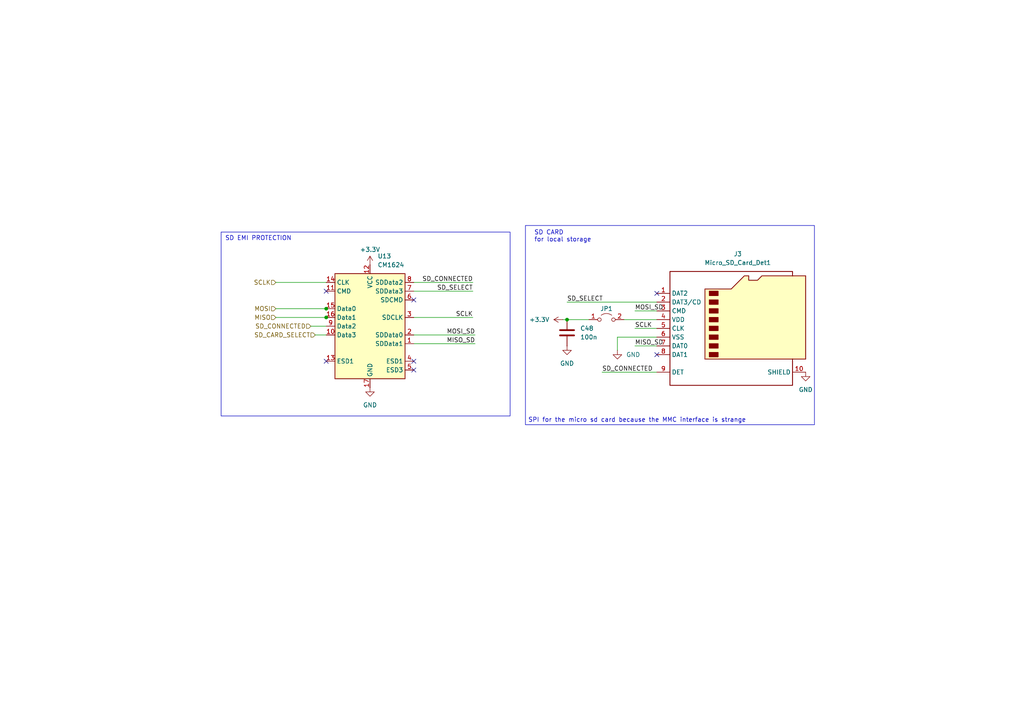
<source format=kicad_sch>
(kicad_sch (version 20231120) (generator "eeschema") (generator_version "8.0")
  (paper "A4")
  (lib_symbols
    (symbol "Connector:Micro_SD_Card_Det1"
      (property "Reference" "J" (at -16.51 17.78 0))
      (property "Value" "Micro_SD_Card_Det1" (at 16.51 17.78 0))
      (symbol "Micro_SD_Card_Det1_0_1"
        (rectangle (start -7.62 -6.985) (end -5.08 -8.255) (stroke (width 0.254)) (fill (type outline)))
        (rectangle (start -7.62 -4.445) (end -5.08 -5.715) (stroke (width 0.254)) (fill (type outline)))
        (rectangle (start -7.62 -1.905) (end -5.08 -3.175) (stroke (width 0.254)) (fill (type outline)))
        (rectangle (start -7.62 0.635) (end -5.08 -0.635) (stroke (width 0.254)) (fill (type outline)))
        (rectangle (start -7.62 3.175) (end -5.08 1.905) (stroke (width 0.254)) (fill (type outline)))
        (rectangle (start -7.62 5.715) (end -5.08 4.445) (stroke (width 0.254)) (fill (type outline)))
        (rectangle (start -7.62 8.255) (end -5.08 6.985) (stroke (width 0.254)) (fill (type outline)))
        (rectangle (start -7.62 10.795) (end -5.08 9.525) (stroke (width 0.254)) (fill (type outline)))
        (polyline (pts (xy 16.51 15.24) (xy 16.51 16.51) (xy -19.05 16.51) (xy -19.05 -16.51) (xy 16.51 -16.51) (xy 16.51 -8.89)) (stroke (width 0.254)))
        (polyline (pts (xy -8.89 -8.89) (xy -8.89 11.43) (xy -1.27 11.43) (xy 2.54 15.24) (xy 3.81 15.24) (xy 3.81 13.97) (xy 6.35 13.97) (xy 7.62 15.24) (xy 20.32 15.24) (xy 20.32 -8.89) (xy -8.89 -8.89)) (stroke (width 0.254)) (fill (type background)))
      )
      (symbol "Micro_SD_Card_Det1_1_1"
        (pin bidirectional line (at -22.86 10.16 0) (length 3.81) (name "DAT2") (number "1"))
        (pin passive line (at 20.32 -12.7 180) (length 3.81) (name "SHIELD") (number "10"))
        (pin bidirectional line (at -22.86 7.62 0) (length 3.81) (name "DAT3/CD") (number "2"))
        (pin input line (at -22.86 5.08 0) (length 3.81) (name "CMD") (number "3"))
        (pin power_in line (at -22.86 2.54 0) (length 3.81) (name "VDD") (number "4"))
        (pin input line (at -22.86 0 0) (length 3.81) (name "CLK") (number "5"))
        (pin power_in line (at -22.86 -2.54 0) (length 3.81) (name "VSS") (number "6"))
        (pin bidirectional line (at -22.86 -5.08 0) (length 3.81) (name "DAT0") (number "7"))
        (pin bidirectional line (at -22.86 -7.62 0) (length 3.81) (name "DAT1") (number "8"))
        (pin passive line (at -22.86 -12.7 0) (length 3.81) (name "DET") (number "9"))
      )
    )
    (symbol "Device:C" (pin_numbers hide) (pin_names (offset 0.254))
      (property "Reference" "C" (at 0.635 2.54 0))
      (property "Value" "C" (at 0.635 -2.54 0))
      (symbol "C_0_1"
        (polyline (pts (xy -2.032 -0.762) (xy 2.032 -0.762)) (stroke (width 0.508)))
        (polyline (pts (xy -2.032 0.762) (xy 2.032 0.762)) (stroke (width 0.508)))
      )
      (symbol "C_1_1"
        (pin passive line (at 0 3.81 270) (length 2.794) (name "~") (number "1"))
        (pin passive line (at 0 -3.81 90) (length 2.794) (name "~") (number "2"))
      )
    )
    (symbol "GND_1" (power) (pin_numbers hide) (pin_names (offset 0) hide)
      (property "Value" "GND" (at 0 -3.81 0))
      (symbol "GND_1_0_1"
        (polyline (pts (xy 0 0) (xy 0 -1.27) (xy 1.27 -1.27) (xy 0 -2.54) (xy -1.27 -1.27) (xy 0 -1.27)))
      )
      (symbol "GND_1_1_1"
        (pin power_in line (at 0 0 270) (length 0) (name "~") (number "1"))
      )
    )
    (symbol "Jumper:Jumper_2_Open" (pin_names (offset 0) hide)
      (property "Reference" "JP" (at 0 2.794 0))
      (property "Value" "Jumper_2_Open" (at 0 -2.286 0))
      (symbol "Jumper_2_Open_0_0"
        (circle (center -2.032 0) (radius 0.508))
        (circle (center 2.032 0) (radius 0.508))
      )
      (symbol "Jumper_2_Open_0_1"
        (arc (start 1.524 1.27) (mid 0 1.778) (end -1.524 1.27))
      )
      (symbol "Jumper_2_Open_1_1"
        (pin passive line (at -5.08 0 0) (length 2.54) (name "A") (number "1"))
        (pin passive line (at 5.08 0 180) (length 2.54) (name "B") (number "2"))
      )
    )
    (symbol "Power_Protection:CM1624"
      (property "Reference" "U" (at -5.08 17.78 0))
      (property "Value" "CM1624" (at 5.08 17.78 0))
      (symbol "CM1624_0_1"
        (rectangle (start -10.16 15.24) (end 10.16 -15.24) (stroke (width 0.254)) (fill (type background)))
      )
      (symbol "CM1624_1_1"
        (pin passive line (at 12.7 -5.08 180) (length 2.54) (name "SDData1") (number "1"))
        (pin passive line (at -12.7 -2.54 0) (length 2.54) (name "Data3") (number "10"))
        (pin passive line (at -12.7 10.16 0) (length 2.54) (name "CMD") (number "11"))
        (pin power_in line (at 0 17.78 270) (length 2.54) (name "VCC") (number "12"))
        (pin passive line (at -12.7 -10.16 0) (length 2.54) (name "ESD1") (number "13"))
        (pin passive line (at -12.7 12.7 0) (length 2.54) (name "CLK") (number "14"))
        (pin passive line (at -12.7 5.08 0) (length 2.54) (name "Data0") (number "15"))
        (pin passive line (at -12.7 2.54 0) (length 2.54) (name "Data1") (number "16"))
        (pin power_in line (at 0 -17.78 90) (length 2.54) (name "GND") (number "17"))
        (pin passive line (at 12.7 -2.54 180) (length 2.54) (name "SDData0") (number "2"))
        (pin passive line (at 12.7 2.54 180) (length 2.54) (name "SDCLK") (number "3"))
        (pin passive line (at 12.7 -10.16 180) (length 2.54) (name "ESD1") (number "4"))
        (pin passive line (at 12.7 -12.7 180) (length 2.54) (name "ESD3") (number "5"))
        (pin passive line (at 12.7 7.62 180) (length 2.54) (name "SDCMD") (number "6"))
        (pin passive line (at 12.7 10.16 180) (length 2.54) (name "SDData3") (number "7"))
        (pin passive line (at 12.7 12.7 180) (length 2.54) (name "SDData2") (number "8"))
        (pin passive line (at -12.7 0 0) (length 2.54) (name "Data2") (number "9"))
      )
    )
    (symbol "power:+3.3V" (power) (pin_numbers hide) (pin_names (offset 0) hide)
      (property "Value" "+3.3V" (at 0 3.556 0))
      (symbol "+3.3V_0_1"
        (polyline (pts (xy -0.762 1.27) (xy 0 2.54)))
        (polyline (pts (xy 0 0) (xy 0 2.54)))
        (polyline (pts (xy 0 2.54) (xy 0.762 1.27)))
      )
      (symbol "+3.3V_1_1"
        (pin power_in line (at 0 0 90) (length 0) (name "~") (number "1"))
      )
    )
  )
  (junction (at 94.615 92.075))
  (junction (at 164.465 92.71))
  (junction (at 94.615 89.535))
  (no_connect (at 94.615 104.775))
  (no_connect (at 120.015 107.315))
  (no_connect (at 190.5 102.87))
  (no_connect (at 120.015 86.995))
  (no_connect (at 94.615 84.455))
  (no_connect (at 190.5 85.09))
  (no_connect (at 120.015 104.775))
  (wire (pts (xy 80.01 92.075) (xy 94.615 92.075)))
  (wire (pts (xy 184.15 90.17) (xy 190.5 90.17)))
  (wire (pts (xy 91.44 97.155) (xy 94.615 97.155)))
  (wire (pts (xy 179.07 101.6) (xy 179.07 97.79)))
  (wire (pts (xy 94.615 92.075) (xy 94.742 92.075)))
  (wire (pts (xy 163.195 92.71) (xy 164.465 92.71)))
  (wire (pts (xy 174.625 107.95) (xy 190.5 107.95)))
  (wire (pts (xy 184.15 100.33) (xy 190.5 100.33)))
  (wire (pts (xy 80.01 89.535) (xy 94.615 89.535)))
  (wire (pts (xy 137.16 81.915) (xy 120.015 81.915)))
  (wire (pts (xy 180.975 92.71) (xy 190.5 92.71)))
  (wire (pts (xy 120.015 99.695) (xy 137.795 99.695)))
  (wire (pts (xy 164.465 92.71) (xy 170.815 92.71)))
  (wire (pts (xy 137.16 92.075) (xy 120.015 92.075)))
  (wire (pts (xy 120.015 97.155) (xy 137.795 97.155)))
  (wire (pts (xy 164.465 87.63) (xy 190.5 87.63)))
  (wire (pts (xy 80.01 81.915) (xy 94.615 81.915)))
  (wire (pts (xy 90.17 94.615) (xy 94.615 94.615)))
  (wire (pts (xy 120.015 84.455) (xy 137.16 84.455)))
  (wire (pts (xy 184.15 95.25) (xy 190.5 95.25)))
  (wire (pts (xy 179.07 97.79) (xy 190.5 97.79)))
  (wire (pts (xy 94.615 89.535) (xy 94.742 89.535)))
  (rectangle (start 152.4 65.405) (end 236.22 123.19))
  (rectangle (start 64.135 67.31) (end 147.955 120.65))
  (text "SD CARD\nfor local storage \n" (at 154.94 68.58 0) (effects (font (size 1.27 1.27)) (justify left)))
  (text "SPI for the micro sd card because the MMC interface is strange\n" (at 184.785 121.92 0) (effects (font (size 1.27 1.27))))
  (text "SD EMI PROTECTION\n" (at 74.93 69.215 0) (effects (font (size 1.27 1.27))))
  (label "MOSI_SD" (at 184.15 90.17 0))
  (label "MOSI_SD" (at 137.795 97.155 180))
  (label "SD_SELECT" (at 164.465 87.63 0))
  (label "SD_CONNECTED" (at 137.16 81.915 180))
  (label "SD_SELECT" (at 137.16 84.455 180))
  (label "MISO_SD" (at 184.15 100.33 0))
  (label "SCLK" (at 184.15 95.25 0))
  (label "SCLK" (at 137.16 92.075 180))
  (label "SD_CONNECTED" (at 174.625 107.95 0))
  (label "MISO_SD" (at 137.795 99.695 180))
  (hierarchical_label "MOSI" (shape input) (at 80.01 89.535 180))
  (hierarchical_label "MISO" (shape input) (at 80.01 92.075 180))
  (hierarchical_label "SCLK" (shape input) (at 80.01 81.915 180))
  (hierarchical_label "SD_CARD_SELECT" (shape input) (at 91.44 97.155 180))
  (hierarchical_label "SD_CONNECTED" (shape input) (at 90.17 94.615 180))
  (symbol (lib_id "Device:C") (at 164.465 96.52 0) (unit 1)
    (property "Reference" "C48" (at 168.275 95.2499 0) (effects (justify left)))
    (property "Value" "100n" (at 168.275 97.7899 0) (effects (justify left)))
    (property "Footprint" "Capacitor_SMD:C_0603_1608Metric_Pad1.08x0.95mm_HandSolder" (effects (hide yes)))
    (property "Description" "Unpolarized capacitor" (effects (hide yes)))
  )
  (symbol (lib_id "Power_Protection:CM1624") (at 107.315 94.615 0) (unit 1)
    (property "Reference" "U13" (at 109.5091 74.295 0) (effects (justify left)))
    (property "Value" "CM1624" (at 109.5091 76.835 0) (effects (justify left)))
    (property "Footprint" "Package_DFN_QFN:OnSemi_UDFN-16-1EP_1.35x3.3mm_P0.4mm_EP0.4x2.8mm" (effects (hide yes)))
    (property "Datasheet" "https://www.onsemi.com/pdf/datasheet/cm1624-d.pdf" (effects (hide yes)))
    (property "Description" "MMC interface, EMI filter, TVS, Line termination, UDFN-16" (effects (hide yes)))
  )
  (symbol (lib_name "GND_1") (lib_id "power:GND") (at 233.68 107.95 0) (unit 1)
    (property "Reference" "#PWR089" (effects (hide yes)))
    (property "Value" "GND" (at 233.68 113.03 0))
    (property "Description" "Power symbol creates a global label with name \"GND\" , ground" (effects (hide yes)))
  )
  (symbol (lib_id "Connector:Micro_SD_Card_Det1") (at 213.36 95.25 0) (unit 1)
    (property "Reference" "J3" (at 213.995 73.66 0))
    (property "Value" "Micro_SD_Card_Det1" (at 213.995 76.2 0))
    (property "Footprint" "Connector_Card:microSD_HC_Hirose_DM3BT-DSF-PEJS" (effects (hide yes)))
    (property "Datasheet" "https://datasheet.lcsc.com/lcsc/2110151630_XKB-Connectivity-XKTF-015-N_C381082.pdf" (effects (hide yes)))
    (property "Description" "Micro SD Card Socket with one card detection pin" (effects (hide yes)))
  )
  (symbol (lib_id "Jumper:Jumper_2_Open") (at 175.895 92.71 0) (unit 1)
    (property "Reference" "JP1" (at 175.895 89.535 0))
    (property "Value" "Jumper_2_Open" (effects (hide yes)))
    (property "Footprint" "Jumper:SolderJumper-2_P1.3mm_Open_TrianglePad1.0x1.5mm" (effects (hide yes)))
    (property "Description" "Jumper, 2-pole, open" (effects (hide yes)))
  )
  (symbol (lib_name "GND_1") (lib_id "power:GND") (at 164.465 100.33 0) (unit 1)
    (property "Reference" "#PWR087" (effects (hide yes)))
    (property "Value" "GND" (at 164.465 105.41 0))
    (property "Description" "Power symbol creates a global label with name \"GND\" , ground" (effects (hide yes)))
  )
  (symbol (lib_id "power:+3.3V") (at 107.315 76.835 0) (unit 1)
    (property "Reference" "#PWR090" (effects (hide yes)))
    (property "Value" "+3.3V" (at 107.315 72.39 0))
    (property "Description" "Power symbol creates a global label with name \"+3.3V\"" (effects (hide yes)))
  )
  (symbol (lib_id "power:+3.3V") (at 163.195 92.71 90) (unit 1)
    (property "Reference" "#PWR086" (effects (hide yes)))
    (property "Value" "+3.3V" (at 159.385 92.7099 90) (effects (justify left)))
    (property "Description" "Power symbol creates a global label with name \"+3.3V\"" (effects (hide yes)))
  )
  (symbol (lib_name "GND_1") (lib_id "power:GND") (at 179.07 101.6 0) (unit 1)
    (property "Reference" "#PWR088" (effects (hide yes)))
    (property "Value" "GND" (at 181.61 102.8699 0) (effects (justify left)))
    (property "Description" "Power symbol creates a global label with name \"GND\" , ground" (effects (hide yes)))
  )
  (symbol (lib_name "GND_1") (lib_id "power:GND") (at 107.315 112.395 0) (unit 1)
    (property "Reference" "#PWR091" (effects (hide yes)))
    (property "Value" "GND" (at 107.315 117.475 0))
    (property "Description" "Power symbol creates a global label with name \"GND\" , ground" (effects (hide yes)))
  )
)
</source>
